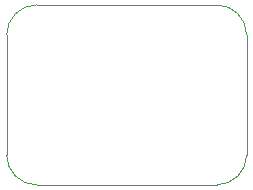
<source format=gm1>
G04 #@! TF.GenerationSoftware,KiCad,Pcbnew,(7.0.0)*
G04 #@! TF.CreationDate,2023-03-15T02:55:48+08:00*
G04 #@! TF.ProjectId,USB_C_Breakout_GH1.25_4Pin,5553425f-435f-4427-9265-616b6f75745f,rev?*
G04 #@! TF.SameCoordinates,Original*
G04 #@! TF.FileFunction,Profile,NP*
%FSLAX46Y46*%
G04 Gerber Fmt 4.6, Leading zero omitted, Abs format (unit mm)*
G04 Created by KiCad (PCBNEW (7.0.0)) date 2023-03-15 02:55:48*
%MOMM*%
%LPD*%
G01*
G04 APERTURE LIST*
G04 #@! TA.AperFunction,Profile*
%ADD10C,0.100000*%
G04 #@! TD*
G04 APERTURE END LIST*
D10*
X132080000Y-71120000D02*
X132080000Y-81280000D01*
X114300000Y-68580000D02*
X129540000Y-68580000D01*
X111760000Y-81280000D02*
X111760000Y-71120000D01*
X129540000Y-83820000D02*
X114300000Y-83820000D01*
X111760000Y-81280000D02*
G75*
G03*
X114300000Y-83820000I2540000J0D01*
G01*
X114300000Y-68580000D02*
G75*
G03*
X111760000Y-71120000I0J-2540000D01*
G01*
X129540000Y-83820000D02*
G75*
G03*
X132080000Y-81280000I0J2540000D01*
G01*
X132080000Y-71120000D02*
G75*
G03*
X129540000Y-68580000I-2540000J0D01*
G01*
M02*

</source>
